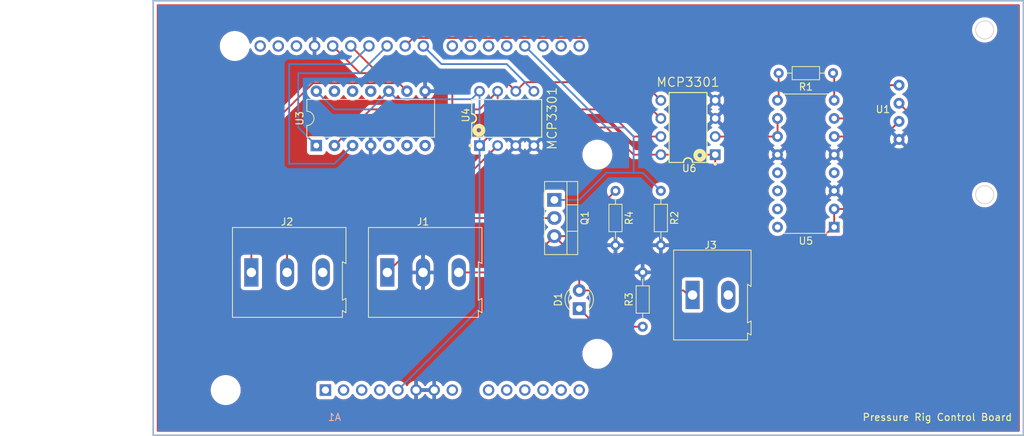
<source format=kicad_pcb>
(kicad_pcb (version 20211014) (generator pcbnew)
  (layers (0 "F.Cu" signal) (31 "B.Cu" signal) (34 "B.Paste" user) (35 "F.Paste" user) (36 "B.SilkS" user "B.Silkscreen") (37 "F.SilkS" user "F.Silkscreen") (38 "B.Mask" user) (39 "F.Mask" user) (44 "Edge.Cuts" user))
  (net 0 "")
  (net 5 "5V")
  (net 6 "GND")
  (net 7 "12V")
  (net 21 "ADC_2_ACTIVE")
  (net 22 "ADC_1_ACTIVE")
  (net 23 "DIGI_POT_ACTIVE")
  (net 24 "MOSI")
  (net 25 "MISO")
  (net 26 "CLK")
  (net 30 "D3")
  (net 31 "relay_module_input")
  (net 35 "pressure_input")
  (net 39 "pressure_output")
  (net 41 "Net-(U1-Pad2)")
  (net 42 "Net-(U1-Pad4)")
  (net 43 "Net-(R1-Pad1)")
  (net 44 "Net-(R1-Pad2)")
  (net 45 "Net-(U5-Pad10)")
  (net 50 "Net-(D1-Pad1)")
  (footprint "Resistor_THT:R_Axial_DIN0204_L3.6mm_D1.6mm_P7.62mm_Horizontal" (layer "F.Cu") (at 110.49 114.3 90)
    (fp_text reference "R3" (at 3.81 -1.92 90) (layer "F.SilkS"))
    (fp_text value "220")
    (fp_line (start 1.89 0.92) (end 5.73 0.92) (layer "F.SilkS") (width 0.12))
    (fp_line (start 1.89 -0.92) (end 1.89 0.92) (layer "F.SilkS") (width 0.12))
    (fp_line (start 6.68 0) (end 5.73 0) (layer "F.SilkS") (width 0.12))
    (fp_line (start 5.73 0.92) (end 5.73 -0.92) (layer "F.SilkS") (width 0.12))
    (fp_line (start 0.94 0) (end 1.89 0) (layer "F.SilkS") (width 0.12))
    (fp_line (start 5.73 -0.92) (end 1.89 -0.92) (layer "F.SilkS") (width 0.12))
    (pad "1" thru_hole circle (at 0 0 90) (size 1.4 1.4) (drill 0.7) (layers *.Cu *.Mask) (net 50 "Net-(D1-Pad1)"))
    (pad "2" thru_hole oval (at 7.62 0 90) (size 1.4 1.4) (drill 0.7) (layers *.Cu *.Mask) (net 6 "GND"))
  )
  (footprint "INA125P:ina125p_bigger_pads" (layer "F.Cu") (at 133.35 91.44 180)
    (fp_text reference "U5" (at 0 -10.835) (layer "F.SilkS"))
    (fp_text value "INA125P")
    (fp_line (start -3.175 -9.775) (end 3.175 -9.775) (layer "F.SilkS") (width 0.127))
    (fp_line (start -3.175 9.775) (end 3.175 9.775) (layer "F.SilkS") (width 0.127))
    (fp_circle (center -5.035 -8.89) (end -4.935 -8.89) (layer "F.SilkS") (width 0.2) (fill none))
    (pad "1" thru_hole rect (at -3.97 -8.89 180) (size 1.5 1.5) (drill 0.78) (layers *.Cu *.Mask) (net 5 "5V"))
    (pad "2" thru_hole circle (at -3.97 -6.35 180) (size 1.5 1.5) (drill 0.78) (layers *.Cu *.Mask) (net 5 "5V"))
    (pad "3" thru_hole circle (at -3.97 -3.81 180) (size 1.5 1.5) (drill 0.78) (layers *.Cu *.Mask) (net 6 "GND"))
    (pad "4" thru_hole circle (at -3.97 -1.27 180) (size 1.5 1.5) (drill 0.78) (layers *.Cu *.Mask))
    (pad "5" thru_hole circle (at -3.97 1.27 180) (size 1.5 1.5) (drill 0.78) (layers *.Cu *.Mask) (net 6 "GND"))
    (pad "6" thru_hole circle (at -3.97 3.81 180) (size 1.5 1.5) (drill 0.78) (layers *.Cu *.Mask) (net 41 "Net-(U1-Pad2)"))
    (pad "7" thru_hole circle (at -3.97 6.35 180) (size 1.5 1.5) (drill 0.78) (layers *.Cu *.Mask) (net 42 "Net-(U1-Pad4)"))
    (pad "8" thru_hole circle (at -3.97 8.89 180) (size 1.5 1.5) (drill 0.78) (layers *.Cu *.Mask) (net 43 "Net-(R1-Pad1)"))
    (pad "9" thru_hole circle (at 3.97 8.89 180) (size 1.5 1.5) (drill 0.78) (layers *.Cu *.Mask) (net 44 "Net-(R1-Pad2)"))
    (pad "10" thru_hole circle (at 3.97 6.35 180) (size 1.5 1.5) (drill 0.78) (layers *.Cu *.Mask) (net 45 "Net-(U5-Pad10)"))
    (pad "11" thru_hole circle (at 3.97 3.81 180) (size 1.5 1.5) (drill 0.78) (layers *.Cu *.Mask) (net 45 "Net-(U5-Pad10)"))
    (pad "12" thru_hole circle (at 3.97 1.27 180) (size 1.5 1.5) (drill 0.78) (layers *.Cu *.Mask) (net 6 "GND"))
    (pad "13" thru_hole circle (at 3.97 -1.27 180) (size 1.5 1.5) (drill 0.78) (layers *.Cu *.Mask))
    (pad "14" thru_hole circle (at 3.97 -3.81 180) (size 1.5 1.5) (drill 0.78) (layers *.Cu *.Mask))
    (pad "15" thru_hole circle (at 3.97 -6.35 180) (size 1.5 1.5) (drill 0.78) (layers *.Cu *.Mask))
    (pad "16" thru_hole circle (at 3.97 -8.89 180) (size 1.5 1.5) (drill 0.78) (layers *.Cu *.Mask))
  )
  (footprint "TerminalBlock:TerminalBlock_Altech_AK300-3_P5.00mm" (layer "F.Cu") (at 74.715 106.69)
    (fp_text reference "J1" (at 5 -7.1) (layer "F.SilkS"))
    (fp_text value "Screw_Terminal_01x03")
    (fp_line (start 13.25 5.65) (end 13.25 3.65) (layer "F.SilkS") (width 0.12))
    (fp_line (start -2.65 -6.3) (end -2.65 6.3) (layer "F.SilkS") (width 0.12))
    (fp_line (start 12.75 6.3) (end 12.75 5.35) (layer "F.SilkS") (width 0.12))
    (fp_line (start 12.75 5.35) (end 13.25 5.65) (layer "F.SilkS") (width 0.12))
    (fp_line (start 13.25 -6.3) (end -2.65 -6.3) (layer "F.SilkS") (width 0.12))
    (fp_line (start 12.75 3.9) (end 12.75 -1.5) (layer "F.SilkS") (width 0.12))
    (fp_line (start 12.75 -1.5) (end 13.25 -1.25) (layer "F.SilkS") (width 0.12))
    (fp_line (start -2.65 6.3) (end 12.75 6.3) (layer "F.SilkS") (width 0.12))
    (fp_line (start 13.25 -1.25) (end 13.25 -6.3) (layer "F.SilkS") (width 0.12))
    (fp_line (start 13.25 3.65) (end 12.75 3.9) (layer "F.SilkS") (width 0.12))
    (pad "1" thru_hole rect (at 0 0) (size 1.98 3.96) (drill 1.32) (layers *.Cu *.Mask) (net 7 "12V"))
    (pad "2" thru_hole oval (at 5 0) (size 1.98 3.96) (drill 1.32) (layers *.Cu *.Mask) (net 6 "GND"))
    (pad "3" thru_hole oval (at 10 0) (size 1.98 3.96) (drill 1.32) (layers *.Cu *.Mask) (net 31 "relay_module_input"))
  )
  (footprint "LED_THT:LED_D3.0mm" (layer "F.Cu") (at 101.6 111.76 90)
    (fp_text reference "D1" (at 1.27 -2.96 90) (layer "F.SilkS"))
    (fp_text value "LED")
    (fp_line (start -0.29 -1.236) (end -0.29 -1.08) (layer "F.SilkS") (width 0.12))
    (fp_line (start -0.29 1.08) (end -0.29 1.236) (layer "F.SilkS") (width 0.12))
    (fp_arc (start 2.942335 1.078608) (mid 1.366487 1.987659) (end -0.29 1.235516) (layer "F.SilkS") (width 0.12))
    (fp_arc (start -0.29 -1.235516) (mid 1.366487 -1.987659) (end 2.942335 -1.078608) (layer "F.SilkS") (width 0.12))
    (fp_arc (start 0.229039 -1.08) (mid 1.270117 -1.5) (end 2.31113 -1.079837) (layer "F.SilkS") (width 0.12))
    (fp_arc (start 2.31113 1.079837) (mid 1.270117 1.5) (end 0.229039 1.08) (layer "F.SilkS") (width 0.12))
    (pad "1" thru_hole rect (at 0 0 90) (size 1.8 1.8) (drill 0.9) (layers *.Cu *.Mask) (net 50 "Net-(D1-Pad1)"))
    (pad "2" thru_hole circle (at 2.54 0 90) (size 1.8 1.8) (drill 0.9) (layers *.Cu *.Mask) (net 31 "relay_module_input"))
  )
  (footprint "Resistor_THT:R_Axial_DIN0204_L3.6mm_D1.6mm_P7.62mm_Horizontal" (layer "F.Cu") (at 137.16 78.74 180)
    (fp_text reference "R1" (at 3.81 -1.92) (layer "F.SilkS"))
    (fp_text value "810")
    (fp_line (start 0.94 0) (end 1.89 0) (layer "F.SilkS") (width 0.12))
    (fp_line (start 6.68 0) (end 5.73 0) (layer "F.SilkS") (width 0.12))
    (fp_line (start 1.89 -0.92) (end 1.89 0.92) (layer "F.SilkS") (width 0.12))
    (fp_line (start 1.89 0.92) (end 5.73 0.92) (layer "F.SilkS") (width 0.12))
    (fp_line (start 5.73 -0.92) (end 1.89 -0.92) (layer "F.SilkS") (width 0.12))
    (fp_line (start 5.73 0.92) (end 5.73 -0.92) (layer "F.SilkS") (width 0.12))
    (pad "1" thru_hole circle (at 0 0 180) (size 1.4 1.4) (drill 0.7) (layers *.Cu *.Mask) (net 43 "Net-(R1-Pad1)"))
    (pad "2" thru_hole oval (at 7.62 0 180) (size 1.4 1.4) (drill 0.7) (layers *.Cu *.Mask) (net 44 "Net-(R1-Pad2)"))
  )
  (footprint "Resistor_THT:R_Axial_DIN0204_L3.6mm_D1.6mm_P7.62mm_Horizontal" (layer "F.Cu") (at 113.03 95.25 -90)
    (fp_text reference "R2" (at 3.81 -1.92 90) (layer "F.SilkS"))
    (fp_text value "10k")
    (fp_line (start 1.89 0.92) (end 5.73 0.92) (layer "F.SilkS") (width 0.12))
    (fp_line (start 1.89 -0.92) (end 1.89 0.92) (layer "F.SilkS") (width 0.12))
    (fp_line (start 0.94 0) (end 1.89 0) (layer "F.SilkS") (width 0.12))
    (fp_line (start 5.73 -0.92) (end 1.89 -0.92) (layer "F.SilkS") (width 0.12))
    (fp_line (start 6.68 0) (end 5.73 0) (layer "F.SilkS") (width 0.12))
    (fp_line (start 5.73 0.92) (end 5.73 -0.92) (layer "F.SilkS") (width 0.12))
    (pad "1" thru_hole circle (at 0 0 270) (size 1.4 1.4) (drill 0.7) (layers *.Cu *.Mask) (net 30 "D3"))
    (pad "2" thru_hole oval (at 7.62 0 270) (size 1.4 1.4) (drill 0.7) (layers *.Cu *.Mask) (net 6 "GND"))
  )
  (footprint "TerminalBlock:TerminalBlock_Altech_AK300-2_P5.00mm" (layer "F.Cu") (at 117.475 109.855)
    (fp_text reference "J3" (at 2.54 -6.99) (layer "F.SilkS"))
    (fp_text value "Screw_Terminal_01x03")
    (fp_line (start 8.2 5.6) (end 8.2 3.7) (layer "F.SilkS") (width 0.12))
    (fp_line (start 8.2 3.7) (end 8.2 3.65) (layer "F.SilkS") (width 0.12))
    (fp_line (start 8.2 -6.3) (end -2.65 -6.3) (layer "F.SilkS") (width 0.12))
    (fp_line (start 7.7 5.35) (end 8.2 5.6) (layer "F.SilkS") (width 0.12))
    (fp_line (start -2.65 -6.3) (end -2.65 6.3) (layer "F.SilkS") (width 0.12))
    (fp_line (start 8.2 -1.2) (end 8.2 -6.3) (layer "F.SilkS") (width 0.12))
    (fp_line (start 8.2 3.65) (end 7.7 3.9) (layer "F.SilkS") (width 0.12))
    (fp_line (start 7.7 6.3) (end 7.7 5.35) (layer "F.SilkS") (width 0.12))
    (fp_line (start -2.65 6.3) (end 7.7 6.3) (layer "F.SilkS") (width 0.12))
    (fp_line (start 7.7 3.9) (end 7.7 -1.5) (layer "F.SilkS") (width 0.12))
    (fp_line (start 7.7 -1.5) (end 8.2 -1.2) (layer "F.SilkS") (width 0.12))
    (pad "1" thru_hole rect (at 0 0) (size 1.98 3.96) (drill 1.32) (layers *.Cu *.Mask) (net 31 "relay_module_input"))
    (pad "2" thru_hole oval (at 5 0) (size 1.98 3.96) (drill 1.32) (layers *.Cu *.Mask))
  )
  (footprint "Package_DIP:DIP-14_W7.62mm" (layer "F.Cu") (at 64.765 88.89 90)
    (fp_text reference "U3" (at 3.81 -2.33 90) (layer "F.SilkS"))
    (fp_text value "MCP4251-xxxx-P")
    (fp_line (start 2.81 -1.33) (end 1.16 -1.33) (layer "F.SilkS") (width 0.12))
    (fp_line (start 6.46 16.57) (end 6.46 -1.33) (layer "F.SilkS") (width 0.12))
    (fp_line (start 6.46 -1.33) (end 4.81 -1.33) (layer "F.SilkS") (width 0.12))
    (fp_line (start 1.16 16.57) (end 6.46 16.57) (layer "F.SilkS") (width 0.12))
    (fp_line (start 1.16 -1.33) (end 1.16 16.57) (layer "F.SilkS") (width 0.12))
    (fp_arc (start 4.81 -1.33) (mid 3.81 -0.33) (end 2.81 -1.33) (layer "F.SilkS") (width 0.12))
    (pad "1" thru_hole rect (at 0 0 90) (size 1.6 1.6) (drill 0.8) (layers *.Cu *.Mask) (net 23 "DIGI_POT_ACTIVE"))
    (pad "2" thru_hole oval (at 0 2.54 90) (size 1.6 1.6) (drill 0.8) (layers *.Cu *.Mask) (net 26 "CLK"))
    (pad "3" thru_hole oval (at 0 5.08 90) (size 1.6 1.6) (drill 0.8) (layers *.Cu *.Mask) (net 24 "MOSI"))
    (pad "4" thru_hole oval (at 0 7.62 90) (size 1.6 1.6) (drill 0.8) (layers *.Cu *.Mask) (net 6 "GND"))
    (pad "5" thru_hole oval (at 0 10.16 90) (size 1.6 1.6) (drill 0.8) (layers *.Cu *.Mask))
    (pad "6" thru_hole oval (at 0 12.7 90) (size 1.6 1.6) (drill 0.8) (layers *.Cu *.Mask))
    (pad "7" thru_hole oval (at 0 15.24 90) (size 1.6 1.6) (drill 0.8) (layers *.Cu *.Mask))
    (pad "8" thru_hole oval (at 7.62 15.24 90) (size 1.6 1.6) (drill 0.8) (layers *.Cu *.Mask) (net 6 "GND"))
    (pad "9" thru_hole oval (at 7.62 12.7 90) (size 1.6 1.6) (drill 0.8) (layers *.Cu *.Mask) (net 35 "pressure_input"))
    (pad "10" thru_hole oval (at 7.62 10.16 90) (size 1.6 1.6) (drill 0.8) (layers *.Cu *.Mask) (net 5 "5V"))
    (pad "11" thru_hole oval (at 7.62 7.62 90) (size 1.6 1.6) (drill 0.8) (layers *.Cu *.Mask))
    (pad "12" thru_hole oval (at 7.62 5.08 90) (size 1.6 1.6) (drill 0.8) (layers *.Cu *.Mask))
    (pad "13" thru_hole oval (at 7.62 2.54 90) (size 1.6 1.6) (drill 0.8) (layers *.Cu *.Mask))
    (pad "14" thru_hole oval (at 7.62 0 90) (size 1.6 1.6) (drill 0.8) (layers *.Cu *.Mask) (net 5 "5V"))
  )
  (footprint "Package_TO_SOT_THT:TO-220-3_Vertical" (layer "F.Cu") (at 98.115 96.52 -90)
    (fp_text reference "Q1" (at 2.54 -4.27 90) (layer "F.SilkS"))
    (fp_text value "IRF540N")
    (fp_line (start 7.66 -3.27) (end 7.66 1.371) (layer "F.SilkS") (width 0.12))
    (fp_line (start 0.69 -3.27) (end 0.69 -1.76) (layer "F.SilkS") (width 0.12))
    (fp_line (start -2.58 -3.27) (end 7.66 -3.27) (layer "F.SilkS") (width 0.12))
    (fp_line (start -2.58 1.371) (end 7.66 1.371) (layer "F.SilkS") (width 0.12))
    (fp_line (start -2.58 -1.76) (end 7.66 -1.76) (layer "F.SilkS") (width 0.12))
    (fp_line (start -2.58 -3.27) (end -2.58 1.371) (layer "F.SilkS") (width 0.12))
    (fp_line (start 4.391 -3.27) (end 4.391 -1.76) (layer "F.SilkS") (width 0.12))
    (pad "1" thru_hole rect (at 0 0 270) (size 1.905 2) (drill 1.1) (layers *.Cu *.Mask) (net 30 "D3"))
    (pad "2" thru_hole oval (at 2.54 0 270) (size 1.905 2) (drill 1.1) (layers *.Cu *.Mask) (net 7 "12V"))
    (pad "3" thru_hole oval (at 5.08 0 270) (size 1.905 2) (drill 1.1) (layers *.Cu *.Mask) (net 31 "relay_module_input"))
  )
  (footprint "Resistor_THT:R_Axial_DIN0204_L3.6mm_D1.6mm_P7.62mm_Horizontal" (layer "F.Cu") (at 106.68 95.25 -90)
    (fp_text reference "R4" (at 3.81 -1.92 90) (layer "F.SilkS"))
    (fp_text value "10k")
    (fp_line (start 1.89 0.92) (end 5.73 0.92) (layer "F.SilkS") (width 0.12))
    (fp_line (start 6.68 0) (end 5.73 0) (layer "F.SilkS") (width 0.12))
    (fp_line (start 5.73 -0.92) (end 1.89 -0.92) (layer "F.SilkS") (width 0.12))
    (fp_line (start 0.94 0) (end 1.89 0) (layer "F.SilkS") (width 0.12))
    (fp_line (start 5.73 0.92) (end 5.73 -0.92) (layer "F.SilkS") (width 0.12))
    (fp_line (start 1.89 -0.92) (end 1.89 0.92) (layer "F.SilkS") (width 0.12))
    (pad "1" thru_hole circle (at 0 0 270) (size 1.4 1.4) (drill 0.7) (layers *.Cu *.Mask) (net 31 "relay_module_input"))
    (pad "2" thru_hole oval (at 7.62 0 270) (size 1.4 1.4) (drill 0.7) (layers *.Cu *.Mask) (net 6 "GND"))
  )
  (footprint "TerminalBlock:TerminalBlock_Altech_AK300-3_P5.00mm" (layer "F.Cu") (at 55.665 106.69)
    (fp_text reference "J2" (at 5 -7.1) (layer "F.SilkS"))
    (fp_text value "Screw_Terminal_01x03")
    (fp_line (start 13.25 -6.3) (end -2.65 -6.3) (layer "F.SilkS") (width 0.12))
    (fp_line (start 13.25 5.65) (end 13.25 3.65) (layer "F.SilkS") (width 0.12))
    (fp_line (start -2.65 6.3) (end 12.75 6.3) (layer "F.SilkS") (width 0.12))
    (fp_line (start 12.75 -1.5) (end 13.25 -1.25) (layer "F.SilkS") (width 0.12))
    (fp_line (start 12.75 6.3) (end 12.75 5.35) (layer "F.SilkS") (width 0.12))
    (fp_line (start 12.75 3.9) (end 12.75 -1.5) (layer "F.SilkS") (width 0.12))
    (fp_line (start -2.65 -6.3) (end -2.65 6.3) (layer "F.SilkS") (width 0.12))
    (fp_line (start 13.25 3.65) (end 12.75 3.9) (layer "F.SilkS") (width 0.12))
    (fp_line (start 13.25 -1.25) (end 13.25 -6.3) (layer "F.SilkS") (width 0.12))
    (fp_line (start 12.75 5.35) (end 13.25 5.65) (layer "F.SilkS") (width 0.12))
    (pad "1" thru_hole rect (at 0 0) (size 1.98 3.96) (drill 1.32) (layers *.Cu *.Mask) (net 35 "pressure_input"))
    (pad "2" thru_hole oval (at 5 0) (size 1.98 3.96) (drill 1.32) (layers *.Cu *.Mask) (net 39 "pressure_output"))
    (pad "3" thru_hole oval (at 10 0) (size 1.98 3.96) (drill 1.32) (layers *.Cu *.Mask))
  )
  (footprint "ADC:Microchip-MCP3301-CI_P-Manufacturer_Recommended" (layer "F.Cu") (at 91.44 85.09 90)
    (fp_text reference "U4" (at -0.635 -5.735001 90) (layer "F.SilkS") (effects (justify left)))
    (fp_text value "MCP3301" (at 0 6.35 90) (layer "F.SilkS") (effects (font (size 1.27 1.27))))
    (fp_line (start 0 -4.265) (end 0.099336 -4.272818) (layer "F.SilkS") (width 0.2))
    (fp_line (start -0.627182 -4.800664) (end -0.603921 -4.703774) (layer "F.SilkS") (width 0.2))
    (fp_line (start 0.635 -4.9) (end 2.65 -4.9) (layer "F.SilkS") (width 0.15))
    (fp_line (start 0.099336 -4.272818) (end 0.196226 -4.296079) (layer "F.SilkS") (width 0.2))
    (fp_line (start 0.449013 -4.450987) (end 0.513726 -4.526756) (layer "F.SilkS") (width 0.2))
    (fp_line (start -0.373244 -4.386274) (end -0.288284 -4.334211) (layer "F.SilkS") (width 0.2))
    (fp_line (start 0.565789 -4.611716) (end 0.603921 -4.703774) (layer "F.SilkS") (width 0.2))
    (fp_line (start -2.65 4.9) (end -2.65 -4.9) (layer "F.SilkS") (width 0.15))
    (fp_line (start -0.603921 -4.703774) (end -0.565789 -4.611716) (layer "F.SilkS") (width 0.2))
    (fp_line (start -2.65 -4.9) (end -0.635 -4.9) (layer "F.SilkS") (width 0.15))
    (fp_line (start -2.65 4.9) (end 2.65 4.9) (layer "F.SilkS") (width 0.15))
    (fp_line (start 0.196226 -4.296079) (end 0.288284 -4.334211) (layer "F.SilkS") (width 0.2))
    (fp_line (start 2.65 4.9) (end 2.65 -4.9) (layer "F.SilkS") (width 0.15))
    (fp_line (start -0.449013 -4.450987) (end -0.373244 -4.386274) (layer "F.SilkS") (width 0.2))
    (fp_line (start -0.196226 -4.296079) (end -0.099336 -4.272818) (layer "F.SilkS") (width 0.2))
    (fp_line (start -0.099336 -4.272818) (end 0 -4.265) (layer "F.SilkS") (width 0.2))
    (fp_line (start 0.373244 -4.386274) (end 0.449013 -4.450987) (layer "F.SilkS") (width 0.2))
    (fp_line (start 0.513726 -4.526756) (end 0.565789 -4.611716) (layer "F.SilkS") (width 0.2))
    (fp_line (start -0.288284 -4.334211) (end -0.196226 -4.296079) (layer "F.SilkS") (width 0.2))
    (fp_line (start 0.603921 -4.703774) (end 0.627182 -4.800664) (layer "F.SilkS") (width 0.2))
    (fp_line (start -0.635 -4.9) (end -0.627182 -4.800664) (layer "F.SilkS") (width 0.2))
    (fp_line (start -0.513726 -4.526756) (end -0.449013 -4.450987) (layer "F.SilkS") (width 0.2))
    (fp_line (start 0.288284 -4.334211) (end 0.373244 -4.386274) (layer "F.SilkS") (width 0.2))
    (fp_line (start -0.565789 -4.611716) (end -0.513726 -4.526756) (layer "F.SilkS") (width 0.2))
    (fp_line (start 0.627182 -4.800664) (end 0.635 -4.9) (layer "F.SilkS") (width 0.2))
    (fp_circle (center -3.81 -5.11) (end -3.684999 -5.11) (layer "F.SilkS") (width 0.249999) (fill none))
    (fp_circle (center -1.649999 -3.9) (end -1.35 -3.9) (layer "F.SilkS") (width 0.599999) (fill none))
    (pad "1" thru_hole rect (at -3.81 -3.81 90) (size 1.5 1.5) (drill 0.900001) (layers *.Cu) (net 5 "5V"))
    (pad "2" thru_hole circle (at -3.81 -1.27 90) (size 1.5 1.5) (drill 0.900001) (layers *.Cu) (net 39 "pressure_output"))
    (pad "3" thru_hole circle (at -3.81 1.27 90) (size 1.5 1.5) (drill 0.900001) (layers *.Cu) (net 6 "GND"))
    (pad "4" thru_hole circle (at -3.81 3.81 90) (size 1.5 1.5) (drill 0.900001) (layers *.Cu) (net 6 "GND"))
    (pad "5" thru_hole circle (at 3.81 3.81 90) (size 1.5 1.5) (drill 0.900001) (layers *.Cu) (net 21 "ADC_2_ACTIVE"))
    (pad "6" thru_hole circle (at 3.81 1.27 90) (size 1.5 1.5) (drill 0.900001) (layers *.Cu) (net 25 "MISO"))
    (pad "7" thru_hole circle (at 3.81 -1.27 90) (size 1.5 1.5) (drill 0.900001) (layers *.Cu) (net 26 "CLK"))
    (pad "8" thru_hole circle (at 3.81 -3.81 90) (size 1.5 1.5) (drill 0.900001) (layers *.Cu) (net 5 "5V"))
  )
  (footprint "ADC:Microchip-MCP3301-CI_P-Manufacturer_Recommended" (layer "F.Cu") (at 116.84 86.36 180)
    (fp_text reference "U6" (at -1.27 -5.735001) (layer "F.SilkS") (effects (justify right)))
    (fp_text value "MCP3301" (at 0 6.35) (layer "F.SilkS") (effects (font (size 1.27 1.27))))
    (fp_line (start 0.603921 -4.703774) (end 0.627182 -4.800664) (layer "F.SilkS") (width 0.2))
    (fp_line (start -0.603921 -4.703774) (end -0.565789 -4.611716) (layer "F.SilkS") (width 0.2))
    (fp_line (start -0.627182 -4.800664) (end -0.603921 -4.703774) (layer "F.SilkS") (width 0.2))
    (fp_line (start 0.513726 -4.526756) (end 0.565789 -4.611716) (layer "F.SilkS") (width 0.2))
    (fp_line (start 2.65 4.9) (end 2.65 -4.9) (layer "F.SilkS") (width 0.15))
    (fp_line (start 0.373244 -4.386274) (end 0.449013 -4.450987) (layer "F.SilkS") (width 0.2))
    (fp_line (start -2.65 -4.9) (end -0.635 -4.9) (layer "F.SilkS") (width 0.15))
    (fp_line (start 0.627182 -4.800664) (end 0.635 -4.9) (layer "F.SilkS") (width 0.2))
    (fp_line (start -0.288284 -4.334211) (end -0.196226 -4.296079) (layer "F.SilkS") (width 0.2))
    (fp_line (start 0.196226 -4.296079) (end 0.288284 -4.334211) (layer "F.SilkS") (width 0.2))
    (fp_line (start 0.288284 -4.334211) (end 0.373244 -4.386274) (layer "F.SilkS") (width 0.2))
    (fp_line (start 0 -4.265) (end 0.099336 -4.272818) (layer "F.SilkS") (width 0.2))
    (fp_line (start 0.449013 -4.450987) (end 0.513726 -4.526756) (layer "F.SilkS") (width 0.2))
    (fp_line (start -0.449013 -4.450987) (end -0.373244 -4.386274) (layer "F.SilkS") (width 0.2))
    (fp_line (start -0.373244 -4.386274) (end -0.288284 -4.334211) (layer "F.SilkS") (width 0.2))
    (fp_line (start 0.565789 -4.611716) (end 0.603921 -4.703774) (layer "F.SilkS") (width 0.2))
    (fp_line (start -0.635 -4.9) (end -0.627182 -4.800664) (layer "F.SilkS") (width 0.2))
    (fp_line (start -0.565789 -4.611716) (end -0.513726 -4.526756) (layer "F.SilkS") (width 0.2))
    (fp_line (start -2.65 4.9) (end 2.65 4.9) (layer "F.SilkS") (width 0.15))
    (fp_line (start -0.099336 -4.272818) (end 0 -4.265) (layer "F.SilkS") (width 0.2))
    (fp_line (start -0.513726 -4.526756) (end -0.449013 -4.450987) (layer "F.SilkS") (width 0.2))
    (fp_line (start 0.099336 -4.272818) (end 0.196226 -4.296079) (layer "F.SilkS") (width 0.2))
    (fp_line (start -0.196226 -4.296079) (end -0.099336 -4.272818) (layer "F.SilkS") (width 0.2))
    (fp_line (start -2.65 4.9) (end -2.65 -4.9) (layer "F.SilkS") (width 0.15))
    (fp_line (start 0.635 -4.9) (end 2.65 -4.9) (layer "F.SilkS") (width 0.15))
    (fp_circle (center -1.649999 -3.9) (end -1.35 -3.9) (layer "F.SilkS") (width 0.599999) (fill none))
    (fp_circle (center -3.81 -5.11) (end -3.684999 -5.11) (layer "F.SilkS") (width 0.249999) (fill none))
    (pad "1" thru_hole rect (at -3.81 -3.81 180) (size 1.5 1.5) (drill 0.900001) (layers *.Cu) (net 5 "5V"))
    (pad "2" thru_hole circle (at -3.81 -1.27 180) (size 1.5 1.5) (drill 0.900001) (layers *.Cu) (net 45 "Net-(U5-Pad10)"))
    (pad "3" thru_hole circle (at -3.81 1.27 180) (size 1.5 1.5) (drill 0.900001) (layers *.Cu) (net 6 "GND"))
    (pad "4" thru_hole circle (at -3.81 3.81 180) (size 1.5 1.5) (drill 0.900001) (layers *.Cu) (net 6 "GND"))
    (pad "5" thru_hole circle (at 3.81 3.81 180) (size 1.5 1.5) (drill 0.900001) (layers *.Cu) (net 22 "ADC_1_ACTIVE"))
    (pad "6" thru_hole circle (at 3.81 1.27 180) (size 1.5 1.5) (drill 0.900001) (layers *.Cu) (net 25 "MISO"))
    (pad "7" thru_hole circle (at 3.81 -1.27 180) (size 1.5 1.5) (drill 0.900001) (layers *.Cu) (net 26 "CLK"))
    (pad "8" thru_hole circle (at 3.81 -3.81 180) (size 1.5 1.5) (drill 0.900001) (layers *.Cu) (net 5 "5V"))
  )
  (footprint "Module:Arduino_SHIELD_UNO_R3_WithMountingHoles" (layer "B.Cu") (at 66.04 123.19)
    (fp_text reference "A1" (at 1.27 3.81 180) (layer "B.SilkS") (effects (justify mirror)))
    (fp_text value "Arduino_UNO_R3")
    (pad "" np_thru_hole circle (at -13.97 0 270) (size 3.2 3.2) (drill 3.2) (layers *.Cu *.Mask))
    (pad "" np_thru_hole circle (at 38.1 -33.02 270) (size 3.2 3.2) (drill 3.2) (layers *.Cu *.Mask))
    (pad "" np_thru_hole circle (at 38.1 -5.08 270) (size 3.2 3.2) (drill 3.2) (layers *.Cu *.Mask))
    (pad "" np_thru_hole circle (at -12.7 -48.26 270) (size 3.2 3.2) (drill 3.2) (layers *.Cu *.Mask))
    (pad "1" thru_hole rect (at 0 0 270) (size 1.6 1.6) (drill 1) (layers *.Cu *.Mask))
    (pad "2" thru_hole oval (at 2.54 0 270) (size 1.6 1.6) (drill 1) (layers *.Cu *.Mask))
    (pad "3" thru_hole oval (at 5.08 0 270) (size 1.6 1.6) (drill 1) (layers *.Cu *.Mask))
    (pad "4" thru_hole oval (at 7.62 0 270) (size 1.6 1.6) (drill 1) (layers *.Cu *.Mask))
    (pad "5" thru_hole oval (at 10.16 0 270) (size 1.6 1.6) (drill 1) (layers *.Cu *.Mask) (net 5 "5V"))
    (pad "6" thru_hole oval (at 12.7 0 270) (size 1.6 1.6) (drill 1) (layers *.Cu *.Mask) (net 6 "GND"))
    (pad "7" thru_hole oval (at 15.24 0 270) (size 1.6 1.6) (drill 1) (layers *.Cu *.Mask) (net 6 "GND"))
    (pad "8" thru_hole oval (at 17.78 0 270) (size 1.6 1.6) (drill 1) (layers *.Cu *.Mask))
    (pad "9" thru_hole oval (at 22.86 0 270) (size 1.6 1.6) (drill 1) (layers *.Cu *.Mask))
    (pad "10" thru_hole oval (at 25.4 0 270) (size 1.6 1.6) (drill 1) (layers *.Cu *.Mask))
    (pad "11" thru_hole oval (at 27.94 0 270) (size 1.6 1.6) (drill 1) (layers *.Cu *.Mask))
    (pad "12" thru_hole oval (at 30.48 0 270) (size 1.6 1.6) (drill 1) (layers *.Cu *.Mask))
    (pad "13" thru_hole oval (at 33.02 0 270) (size 1.6 1.6) (drill 1) (layers *.Cu *.Mask))
    (pad "14" thru_hole oval (at 35.56 0 270) (size 1.6 1.6) (drill 1) (layers *.Cu *.Mask))
    (pad "15" thru_hole oval (at 35.56 -48.26 270) (size 1.6 1.6) (drill 1) (layers *.Cu *.Mask))
    (pad "16" thru_hole oval (at 33.02 -48.26 270) (size 1.6 1.6) (drill 1) (layers *.Cu *.Mask))
    (pad "17" thru_hole oval (at 30.48 -48.26 270) (size 1.6 1.6) (drill 1) (layers *.Cu *.Mask))
    (pad "18" thru_hole oval (at 27.94 -48.26 270) (size 1.6 1.6) (drill 1) (layers *.Cu *.Mask) (net 30 "D3"))
    (pad "19" thru_hole oval (at 25.4 -48.26 270) (size 1.6 1.6) (drill 1) (layers *.Cu *.Mask))
    (pad "20" thru_hole oval (at 22.86 -48.26 270) (size 1.6 1.6) (drill 1) (layers *.Cu *.Mask))
    (pad "21" thru_hole oval (at 20.32 -48.26 270) (size 1.6 1.6) (drill 1) (layers *.Cu *.Mask))
    (pad "22" thru_hole oval (at 17.78 -48.26 270) (size 1.6 1.6) (drill 1) (layers *.Cu *.Mask))
    (pad "23" thru_hole oval (at 13.72 -48.26 270) (size 1.6 1.6) (drill 1) (layers *.Cu *.Mask) (net 21 "ADC_2_ACTIVE"))
    (pad "24" thru_hole oval (at 11.18 -48.26 270) (size 1.6 1.6) (drill 1) (layers *.Cu *.Mask) (net 22 "ADC_1_ACTIVE"))
    (pad "25" thru_hole oval (at 8.64 -48.26 270) (size 1.6 1.6) (drill 1) (layers *.Cu *.Mask) (net 23 "DIGI_POT_ACTIVE"))
    (pad "26" thru_hole oval (at 6.1 -48.26 270) (size 1.6 1.6) (drill 1) (layers *.Cu *.Mask) (net 24 "MOSI"))
    (pad "27" thru_hole oval (at 3.56 -48.26 270) (size 1.6 1.6) (drill 1) (layers *.Cu *.Mask) (net 25 "MISO"))
    (pad "28" thru_hole oval (at 1.02 -48.26 270) (size 1.6 1.6) (drill 1) (layers *.Cu *.Mask) (net 26 "CLK"))
    (pad "29" thru_hole oval (at -1.52 -48.26 270) (size 1.6 1.6) (drill 1) (layers *.Cu *.Mask) (net 6 "GND"))
    (pad "30" thru_hole oval (at -4.06 -48.26 270) (size 1.6 1.6) (drill 1) (layers *.Cu *.Mask))
    (pad "31" thru_hole oval (at -6.6 -48.26 270) (size 1.6 1.6) (drill 1) (layers *.Cu *.Mask))
    (pad "32" thru_hole oval (at -9.14 -48.26 270) (size 1.6 1.6) (drill 1) (layers *.Cu *.Mask))
  )
  (footprint "MPX:MPX2200" (layer "B.Cu") (at 146.401 95.79)
    (fp_text reference "U1" (at -2.256 -11.97 unlocked) (layer "F.SilkS"))
    (fp_text value "mpx2200")
    (fp_circle (center 12 -23.11) (end 13.27 -23.11) (layer "Edge.Cuts") (width 0.12) (fill none))
    (fp_circle (center 12 0) (end 13.27 0) (layer "Edge.Cuts") (width 0.12) (fill none))
    (pad "1" thru_hole circle (at 0 -7.745) (size 1.524 1.524) (drill 0.762) (layers *.Cu *.Mask) (net 6 "GND"))
    (pad "2" thru_hole circle (at 0 -10.285) (size 1.524 1.524) (drill 0.762) (layers *.Cu *.Mask) (net 41 "Net-(U1-Pad2)"))
    (pad "3" thru_hole circle (at 0 -12.825) (size 1.524 1.524) (drill 0.762) (layers *.Cu *.Mask) (net 5 "5V"))
    (pad "4" thru_hole circle (at 0 -15.365) (size 1.524 1.524) (drill 0.762) (layers *.Cu *.Mask) (net 42 "Net-(U1-Pad4)"))
  )
  (gr_rect (start 41.91 68.58) (end 163.83 129.54) (layer "B.Cu") (width 0.2) (fill none))
  (gr_rect (start 41.91 129.54) (end 163.83 68.58) (layer "Edge.Cuts") (width 0.1) (fill none))
  (gr_text "Pressure Rig Control Board" (at 151.765 127) (layer "F.SilkS") (effects (font (size 1 1))))
  (segment (start 149.86 91.44) (end 143.51 97.79) (width 0.25) (layer "F.Cu") (net 5))
  (segment (start 149.86 86.424) (end 149.86 88.9) (width 0.25) (layer "F.Cu") (net 5))
  (segment (start 137.16 100.33) (end 134.62 102.87) (width 0.25) (layer "F.Cu") (net 5))
  (segment (start 137.32 100.33) (end 137.16 100.33) (width 0.25) (layer "F.Cu") (net 5))
  (segment (start 134.62 102.87) (end 127 102.87) (width 0.25) (layer "F.Cu") (net 5))
  (segment (start 137.32 97.79) (end 137.32 100.33) (width 0.25) (layer "F.Cu") (net 5))
  (segment (start 87.63 88.9) (end 90.17 86.36) (width 0.25) (layer "F.Cu") (net 5))
  (segment (start 109.22 90.17) (end 113.03 90.17) (width 0.25) (layer "F.Cu") (net 5))
  (segment (start 90.17 86.36) (end 105.41 86.36) (width 0.25) (layer "F.Cu") (net 5))
  (segment (start 105.41 86.36) (end 109.22 90.17) (width 0.25) (layer "F.Cu") (net 5))
  (segment (start 127 102.87) (end 120.65 96.52) (width 0.25) (layer "F.Cu") (net 5))
  (segment (start 149.86 88.9) (end 149.86 91.44) (width 0.25) (layer "F.Cu") (net 5))
  (segment (start 143.51 97.79) (end 137.32 97.79) (width 0.25) (layer "F.Cu") (net 5))
  (segment (start 146.401 82.965) (end 149.86 86.424) (width 0.25) (layer "F.Cu") (net 5))
  (segment (start 113.03 90.17) (end 120.65 90.17) (width 0.25) (layer "F.Cu") (net 5))
  (segment (start 120.65 96.52) (end 120.65 90.17) (width 0.25) (layer "F.Cu") (net 5))
  (segment (start 149.86 86.36) (end 149.86 88.9) (width 0.25) (layer "F.Cu") (net 5))
  (segment (start 87.63 88.9) (end 87.63 111.76) (width 0.25) (layer "B.Cu") (net 5))
  (segment (start 86.515 82.395) (end 76.05 82.395) (width 0.25) (layer "B.Cu") (net 5))
  (segment (start 72.39 83.805) (end 74.925 81.27) (width 0.25) (layer "B.Cu") (net 5))
  (segment (start 72.39 83.82) (end 72.39 83.805) (width 0.25) (layer "B.Cu") (net 5))
  (segment (start 87.63 111.76) (end 76.2 123.19) (width 0.25) (layer "B.Cu") (net 5))
  (segment (start 87.63 81.28) (end 86.515 82.395) (width 0.25) (layer "B.Cu") (net 5))
  (segment (start 64.765 81.27) (end 67.315 83.82) (width 0.25) (layer "B.Cu") (net 5))
  (segment (start 76.05 82.395) (end 74.925 81.27) (width 0.25) (layer "B.Cu") (net 5))
  (segment (start 67.315 83.82) (end 72.39 83.82) (width 0.25) (layer "B.Cu") (net 5))
  (segment (start 87.63 88.9) (end 87.63 81.28) (width 0.25) (layer "B.Cu") (net 5))
  (segment (start 82.345 99.06) (end 74.715 106.69) (width 0.25) (layer "F.Cu") (net 7))
  (segment (start 98.115 99.06) (end 82.345 99.06) (width 0.25) (layer "F.Cu") (net 7))
  (segment (start 91.44 77.47) (end 82.3 77.47) (width 0.25) (layer "B.Cu") (net 21))
  (segment (start 95.25 81.28) (end 91.44 77.47) (width 0.25) (layer "B.Cu") (net 21))
  (segment (start 82.3 77.47) (end 79.76 74.93) (width 0.25) (layer "B.Cu") (net 21))
  (segment (start 78.345 73.805) (end 77.22 74.93) (width 0.25) (layer "F.Cu") (net 22))
  (segment (start 104.285 73.805) (end 78.345 73.805) (width 0.25) (layer "F.Cu") (net 22))
  (segment (start 113.03 82.55) (end 104.285 73.805) (width 0.25) (layer "F.Cu") (net 22))
  (segment (start 62.23 86.355) (end 62.23 78.74) (width 0.25) (layer "B.Cu") (net 23))
  (segment (start 64.765 88.89) (end 62.23 86.355) (width 0.25) (layer "B.Cu") (net 23))
  (segment (start 62.23 78.74) (end 70.87 78.74) (width 0.25) (layer "B.Cu") (net 23))
  (segment (start 70.87 78.74) (end 74.68 74.93) (width 0.25) (layer "B.Cu") (net 23))
  (segment (start 72.14 74.93) (end 69.6 77.47) (width 0.25) (layer "B.Cu") (net 24))
  (segment (start 60.96 77.47) (end 60.96 91.44) (width 0.25) (layer "B.Cu") (net 24))
  (segment (start 67.295 91.44) (end 69.845 88.89) (width 0.25) (layer "B.Cu") (net 24))
  (segment (start 60.96 91.44) (end 67.295 91.44) (width 0.25) (layer "B.Cu") (net 24))
  (segment (start 69.6 77.47) (end 60.96 77.47) (width 0.25) (layer "B.Cu") (net 24))
  (segment (start 72.96 78.29) (end 89.72 78.29) (width 0.25) (layer "F.Cu") (net 25))
  (segment (start 89.72 78.29) (end 92.71 81.28) (width 0.25) (layer "F.Cu") (net 25))
  (segment (start 92.71 81.28) (end 93.98 80.01) (width 0.25) (layer "F.Cu") (net 25))
  (segment (start 93.98 80.01) (end 107.95 80.01) (width 0.25) (layer "F.Cu") (net 25))
  (segment (start 107.95 80.01) (end 113.03 85.09) (width 0.25) (layer "F.Cu") (net 25))
  (segment (start 69.6 74.93) (end 72.96 78.29) (width 0.25) (layer "F.Cu") (net 25))
  (segment (start 87.63 83.82) (end 83.82 83.82) (width 0.25) (layer "F.Cu") (net 26))
  (segment (start 70.87 78.74) (end 81.28 78.74) (width 0.25) (layer "F.Cu") (net 26))
  (segment (start 83.82 83.82) (end 72.375 83.82) (width 0.25) (layer "F.Cu") (net 26))
  (segment (start 67.06 74.93) (end 70.87 78.74) (width 0.25) (layer "F.Cu") (net 26))
  (segment (start 83.82 81.28) (end 83.82 83.82) (width 0.25) (layer "F.Cu") (net 26))
  (segment (start 81.28 78.74) (end 83.82 81.28) (width 0.25) (layer "F.Cu") (net 26))
  (segment (start 109.22 87.63) (end 105.41 83.82) (width 0.25) (layer "F.Cu") (net 26))
  (segment (start 91.44 83.82) (end 90.17 82.55) (width 0.25) (layer "F.Cu") (net 26))
  (segment (start 90.17 81.28) (end 87.63 83.82) (width 0.25) (layer "F.Cu") (net 26))
  (segment (start 105.41 83.82) (end 91.44 83.82) (width 0.25) (layer "F.Cu") (net 26))
  (segment (start 113.03 87.63) (end 109.22 87.63) (width 0.25) (layer "F.Cu") (net 26))
  (segment (start 72.375 83.82) (end 67.305 88.89) (width 0.25) (layer "F.Cu") (net 26))
  (segment (start 90.17 82.55) (end 90.17 81.28) (width 0.25) (layer "F.Cu") (net 26))
  (segment (start 109.22 87.63) (end 109.22 92.71) (width 0.25) (layer "B.Cu") (net 30))
  (segment (start 109.22 92.71) (end 110.49 92.71) (width 0.25) (layer "B.Cu") (net 30))
  (segment (start 98.115 96.52) (end 101.6 96.52) (width 0.25) (layer "B.Cu") (net 30))
  (segment (start 93.98 74.93) (end 105.41 86.36) (width 0.25) (layer "B.Cu") (net 30))
  (segment (start 101.6 96.52) (end 105.41 92.71) (width 0.25) (layer "B.Cu") (net 30))
  (segment (start 105.41 86.36) (end 107.95 86.36) (width 0.25) (layer "B.Cu") (net 30))
  (segment (start 107.95 86.36) (end 109.22 87.63) (width 0.25) (layer "B.Cu") (net 30))
  (segment (start 110.49 92.71) (end 113.03 95.25) (width 0.25) (layer "B.Cu") (net 30))
  (segment (start 105.41 92.71) (end 109.22 92.71) (width 0.25) (layer "B.Cu") (net 30))
  (segment (start 100.33 101.6) (end 106.68 95.25) (width 0.25) (layer "F.Cu") (net 31))
  (segment (start 84.715 106.69) (end 93.025 106.69) (width 0.25) (layer "F.Cu") (net 31))
  (segment (start 101.6 109.22) (end 101.6 105.085) (width 0.25) (layer "F.Cu") (net 31))
  (segment (start 101.6 105.085) (end 98.115 101.6) (width 0.25) (layer "F.Cu") (net 31))
  (segment (start 98.115 101.6) (end 100.33 101.6) (width 0.25) (layer "F.Cu") (net 31))
  (segment (start 116.84 109.855) (end 116.205 109.22) (width 0.25) (layer "F.Cu") (net 31))
  (segment (start 116.205 109.22) (end 101.6 109.22) (width 0.25) (layer "F.Cu") (net 31))
  (segment (start 117.475 109.855) (end 116.84 109.855) (width 0.25) (layer "F.Cu") (net 31))
  (segment (start 93.025 106.69) (end 98.115 101.6) (width 0.25) (layer "F.Cu") (net 31))
  (segment (start 64.299009 80.145) (end 55.665 88.779009) (width 0.25) (layer "F.Cu") (net 35))
  (segment (start 77.465 81.27) (end 76.34 80.145) (width 0.25) (layer "F.Cu") (net 35))
  (segment (start 76.34 80.145) (end 64.299009 80.145) (width 0.25) (layer "F.Cu") (net 35))
  (segment (start 55.665 88.779009) (end 55.665 106.69) (width 0.25) (layer "F.Cu") (net 35))
  (segment (start 60.665 101.895) (end 60.665 106.69) (width 0.25) (layer "F.Cu") (net 39))
  (segment (start 86.36 92.71) (end 69.85 92.71) (width 0.25) (layer "F.Cu") (net 39))
  (segment (start 69.85 92.71) (end 60.665 101.895) (width 0.25) (layer "F.Cu") (net 39))
  (segment (start 90.17 88.9) (end 86.36 92.71) (width 0.25) (layer "F.Cu") (net 39))
  (segment (start 146.401 85.505) (end 144.276 87.63) (width 0.25) (layer "F.Cu") (net 41))
  (segment (start 144.276 87.63) (end 137.32 87.63) (width 0.25) (layer "F.Cu") (net 41))
  (segment (start 139.065 85.09) (end 137.32 85.09) (width 0.25) (layer "F.Cu") (net 42))
  (segment (start 146.401 80.425) (end 143.73 80.425) (width 0.25) (layer "F.Cu") (net 42))
  (segment (start 143.73 80.425) (end 139.065 85.09) (width 0.25) (layer "F.Cu") (net 42))
  (segment (start 137.32 78.9) (end 137.16 78.74) (width 0.25) (layer "F.Cu") (net 43))
  (segment (start 137.32 82.55) (end 137.32 78.9) (width 0.25) (layer "F.Cu") (net 43))
  (segment (start 129.54 82.39) (end 129.38 82.55) (width 0.25) (layer "F.Cu") (net 44))
  (segment (start 129.54 78.74) (end 129.54 82.39) (width 0.25) (layer "F.Cu") (net 44))
  (segment (start 120.65 87.63) (end 129.38 87.63) (width 0.25) (layer "F.Cu") (net 45))
  (segment (start 129.38 85.09) (end 129.38 87.63) (width 0.25) (layer "F.Cu") (net 45))
  (segment (start 104.14 114.3) (end 101.6 111.76) (width 0.25) (layer "F.Cu") (net 50))
  (segment (start 110.49 114.3) (end 104.14 114.3) (width 0.25) (layer "F.Cu") (net 50))
  (zone (net 6) (net_name "GND") (layer "F.Cu") (connect_pads (clearance 0.508)) (min_thickness 0.254) (fill yes (thermal_gap 0.508) (thermal_bridge_width 0.508))
    (polygon (pts (xy 163.83 129.54) (xy 41.91 129.54) (xy 41.91 68.58) (xy 163.83 68.58)))
  )
  (zone (net 6) (net_name "GND") (layer "B.Cu") (connect_pads (clearance 0.508)) (min_thickness 0.254) (fill yes (thermal_gap 0.508) (thermal_bridge_width 0.508))
    (polygon (pts (xy 163.83 129.54) (xy 41.91 129.54) (xy 41.91 68.58) (xy 163.83 68.58)))
  )
)
</source>
